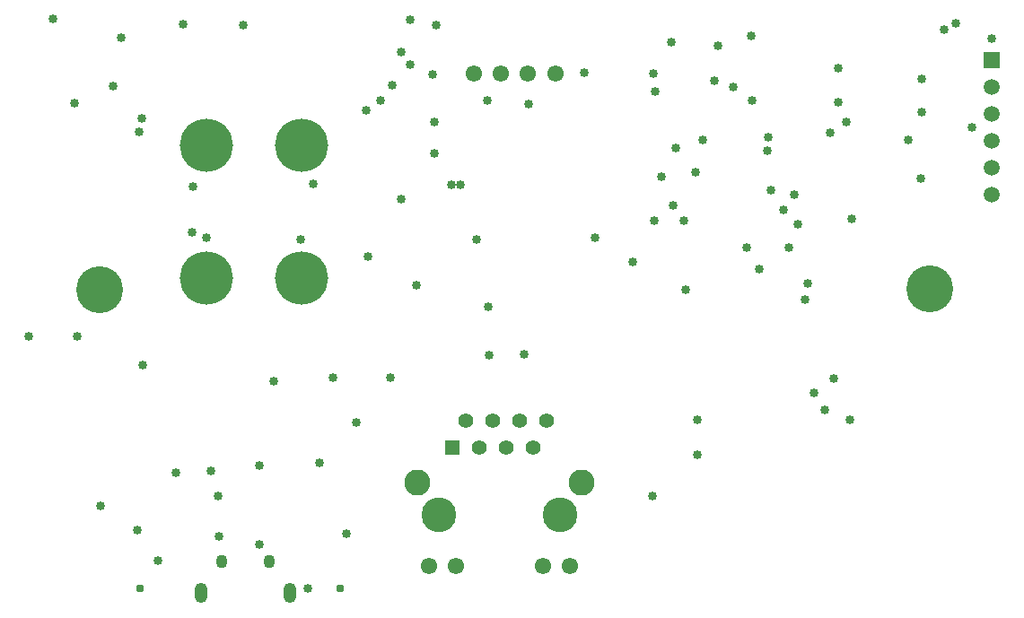
<source format=gbs>
G04*
G04 #@! TF.GenerationSoftware,Altium Limited,Altium Designer,19.1.5 (86)*
G04*
G04 Layer_Color=16711935*
%FSLAX25Y25*%
%MOIN*%
G70*
G01*
G75*
%ADD40C,0.03033*%
%ADD41C,0.05986*%
%ADD42R,0.05986X0.05986*%
%ADD43C,0.12876*%
%ADD44C,0.09706*%
%ADD45C,0.06104*%
%ADD46C,0.05584*%
%ADD47R,0.05584X0.05584*%
%ADD48C,0.17403*%
%ADD49O,0.04214X0.05002*%
%ADD50O,0.04805X0.07561*%
%ADD51C,0.03356*%
%ADD98C,0.19765*%
D40*
X53948Y7874D02*
D03*
X128248D02*
D03*
D41*
X370472Y154016D02*
D03*
Y164016D02*
D03*
Y174016D02*
D03*
Y184016D02*
D03*
Y194016D02*
D03*
D42*
Y204016D02*
D03*
D43*
X165130Y35217D02*
D03*
X210130D02*
D03*
D44*
X218122Y47225D02*
D03*
X157138D02*
D03*
D45*
X203713Y15926D02*
D03*
X213713D02*
D03*
X171547D02*
D03*
X161547D02*
D03*
X198130Y199114D02*
D03*
X187992Y199016D02*
D03*
X178150Y199114D02*
D03*
X208261Y199021D02*
D03*
D46*
X205110Y70217D02*
D03*
X200110Y60217D02*
D03*
X190110D02*
D03*
X185110Y70217D02*
D03*
X180110Y60217D02*
D03*
X175110Y70217D02*
D03*
X195110D02*
D03*
D47*
X170110Y60217D02*
D03*
D48*
X347400Y119000D02*
D03*
X39200Y118900D02*
D03*
D49*
X84513Y17811D02*
D03*
X102033D02*
D03*
D50*
X109710Y6000D02*
D03*
X76836D02*
D03*
D51*
X143405Y189200D02*
D03*
X183600Y94400D02*
D03*
X196600Y94800D02*
D03*
X147125Y85925D02*
D03*
X256000Y144400D02*
D03*
X245100Y144500D02*
D03*
X247864Y160764D02*
D03*
X252000Y150100D02*
D03*
X169557Y157700D02*
D03*
X172900D02*
D03*
X295000Y134500D02*
D03*
X288400Y155800D02*
D03*
X293000Y148500D02*
D03*
X268800Y209300D02*
D03*
X251300Y210800D02*
D03*
X164100Y217200D02*
D03*
X162700Y198900D02*
D03*
X363000Y179000D02*
D03*
X281500Y189000D02*
D03*
X281000Y213000D02*
D03*
X313500Y201000D02*
D03*
X244704Y199204D02*
D03*
X274500Y194000D02*
D03*
X287000Y170500D02*
D03*
X263000Y174500D02*
D03*
X260500Y162500D02*
D03*
X130600Y28200D02*
D03*
X78700Y138000D02*
D03*
X113800Y137400D02*
D03*
X118300Y158200D02*
D03*
X73600Y157200D02*
D03*
X156800Y120400D02*
D03*
X137900Y185500D02*
D03*
X138800Y131200D02*
D03*
X54823Y182500D02*
D03*
X163500Y181102D02*
D03*
X154535Y202563D02*
D03*
X53600Y177400D02*
D03*
X70079Y217520D02*
D03*
X73327Y139961D02*
D03*
X151035Y152563D02*
D03*
X47100Y212400D02*
D03*
X252953Y171260D02*
D03*
X21654Y219488D02*
D03*
X147638Y194882D02*
D03*
X311700Y85600D02*
D03*
X298500Y143000D02*
D03*
X279500Y134500D02*
D03*
X29724Y188091D02*
D03*
X55000Y90900D02*
D03*
X67421Y50886D02*
D03*
X80512Y51476D02*
D03*
X53051Y29331D02*
D03*
X98425Y24114D02*
D03*
X183071Y189075D02*
D03*
X198425Y187795D02*
D03*
X219193Y199311D02*
D03*
X284154Y126279D02*
D03*
X256693Y118799D02*
D03*
X267421Y196555D02*
D03*
X103839Y84842D02*
D03*
X223130Y137992D02*
D03*
X296949Y154232D02*
D03*
X344390Y184843D02*
D03*
X344291Y196949D02*
D03*
X370276Y212008D02*
D03*
X317618Y70374D02*
D03*
X261221D02*
D03*
Y57382D02*
D03*
X116308Y7776D02*
D03*
X120571Y54331D02*
D03*
X125689Y85925D02*
D03*
X92421Y217028D02*
D03*
X60728Y17913D02*
D03*
X357087Y217717D02*
D03*
X352756Y215354D02*
D03*
X12795Y101378D02*
D03*
X30709Y101575D02*
D03*
X344000Y160000D02*
D03*
X302000Y121000D02*
D03*
X301000Y115000D02*
D03*
X83000Y42000D02*
D03*
X151000Y207000D02*
D03*
X318500Y145000D02*
D03*
X308500Y74000D02*
D03*
X304500Y80500D02*
D03*
X313500Y188500D02*
D03*
X310500Y177000D02*
D03*
X316500Y181000D02*
D03*
X339500Y174500D02*
D03*
X154500Y219000D02*
D03*
X163500Y169500D02*
D03*
X245500Y192500D02*
D03*
X134500Y69500D02*
D03*
X244500Y42000D02*
D03*
X237000Y129000D02*
D03*
X179000Y137500D02*
D03*
X183500Y112500D02*
D03*
X287500Y175500D02*
D03*
X44000Y194500D02*
D03*
X39500Y38500D02*
D03*
X98500Y53500D02*
D03*
X83500Y27000D02*
D03*
D98*
X114173Y172244D02*
D03*
X78740D02*
D03*
X114173Y123031D02*
D03*
X78740D02*
D03*
M02*

</source>
